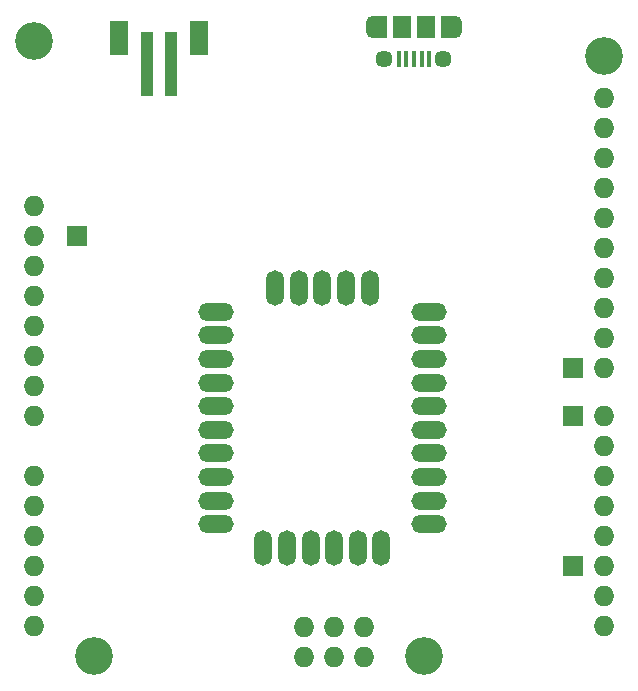
<source format=gbr>
G04 #@! TF.FileFunction,Soldermask,Top*
%FSLAX46Y46*%
G04 Gerber Fmt 4.6, Leading zero omitted, Abs format (unit mm)*
G04 Created by KiCad (PCBNEW 4.0.4-stable) date 07/06/18 23:02:20*
%MOMM*%
%LPD*%
G01*
G04 APERTURE LIST*
%ADD10C,0.100000*%
%ADD11R,1.000000X5.500000*%
%ADD12R,1.600000X3.000000*%
%ADD13O,3.000000X1.500000*%
%ADD14O,1.500000X3.000000*%
%ADD15R,1.500000X1.900000*%
%ADD16C,1.450000*%
%ADD17R,0.400000X1.350000*%
%ADD18O,1.200000X1.900000*%
%ADD19R,1.200000X1.900000*%
%ADD20O,1.727200X1.727200*%
%ADD21C,3.200000*%
%ADD22R,1.700000X1.700000*%
G04 APERTURE END LIST*
D10*
D11*
X117920000Y-103600000D03*
X119920000Y-103600000D03*
D12*
X115520000Y-101350000D03*
X122320000Y-101350000D03*
D13*
X123770000Y-134525000D03*
X123770000Y-132525000D03*
X123770000Y-130525000D03*
X123770000Y-128525000D03*
X123770000Y-140525000D03*
X123770000Y-136525000D03*
X123770000Y-142525000D03*
X123770000Y-138525000D03*
X123770000Y-126525000D03*
X123770000Y-124525000D03*
D14*
X127770000Y-144525000D03*
X129770000Y-144525000D03*
X131770000Y-144525000D03*
X133770000Y-144525000D03*
X135770000Y-144525000D03*
X137770000Y-144525000D03*
D13*
X141770000Y-130525000D03*
X141770000Y-128525000D03*
X141770000Y-132525000D03*
X141770000Y-134525000D03*
X141770000Y-126525000D03*
X141770000Y-124525000D03*
X141770000Y-140525000D03*
X141770000Y-142525000D03*
X141770000Y-136525000D03*
X141770000Y-138525000D03*
D14*
X130770000Y-122525000D03*
X134770000Y-122525000D03*
X128770000Y-122525000D03*
X132770000Y-122525000D03*
X136770000Y-122525000D03*
D15*
X139520000Y-100450000D03*
D16*
X143020000Y-103150000D03*
D17*
X141170000Y-103150000D03*
X141820000Y-103150000D03*
X139220000Y-103150000D03*
X139870000Y-103150000D03*
X140520000Y-103150000D03*
D16*
X138020000Y-103150000D03*
D15*
X141520000Y-100450000D03*
D18*
X144020000Y-100450000D03*
X137020000Y-100450000D03*
D19*
X137620000Y-100450000D03*
X143420000Y-100450000D03*
D20*
X131220000Y-151237000D03*
X131220000Y-153777000D03*
X133760000Y-153777000D03*
X133760000Y-151237000D03*
X136300000Y-153777000D03*
X108360000Y-138410000D03*
X108360000Y-133330000D03*
X108360000Y-130790000D03*
X108360000Y-128250000D03*
X108360000Y-125710000D03*
X108360000Y-123170000D03*
X108360000Y-120630000D03*
X108360000Y-118090000D03*
X156620000Y-151110000D03*
X156620000Y-148570000D03*
X156620000Y-146030000D03*
X156620000Y-143490000D03*
X156620000Y-140950000D03*
X156620000Y-138410000D03*
X156620000Y-135870000D03*
X156620000Y-133330000D03*
X156620000Y-114026000D03*
X156620000Y-129266000D03*
X156620000Y-126726000D03*
X156620000Y-124186000D03*
D21*
X113440000Y-153650000D03*
X141380000Y-153650000D03*
X156620000Y-102850000D03*
X108360000Y-101580000D03*
D20*
X156620000Y-106406000D03*
X156620000Y-108946000D03*
X156620000Y-111486000D03*
X156620000Y-116566000D03*
X156620000Y-119106000D03*
X156620000Y-121646000D03*
X108360000Y-115550000D03*
X108360000Y-140950000D03*
X108360000Y-143490000D03*
X108360000Y-146030000D03*
X108360000Y-148570000D03*
X108360000Y-151110000D03*
X136300000Y-151237000D03*
D22*
X154000000Y-146050000D03*
X154000000Y-133330000D03*
X154000000Y-129260000D03*
X112000000Y-118090000D03*
M02*

</source>
